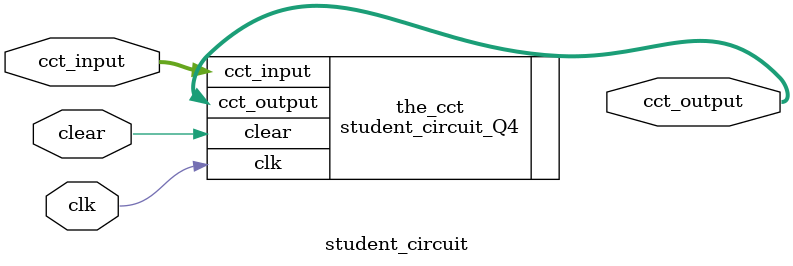
<source format=sv>
module student_circuit (
  input wire        clk,
  input wire        clear,
  input wire  [7:0] cct_input,
  output wire [7:0] cct_output
);

/*  NB: It is strongly suggested that this module be organized so that all questions can be answered using a single quartus project.
This can be done by answering the questions in separate modules, perhaps named student_circuit_Q1, student_circuit_Q2, student_circuit_Q3 and student_circuit_Q4, as shown below.
Then one of these modules is instantiated within this module.  For example the answer to question 1, 2, 3, or 4 is answered by uncommenting the instantiation of interest and commenting all others.
 */

// student_circuit_preamble the_cct (
// student_circuit_Q1 the_cct(
// student_circuit_Q2 the_cct(
// student_circuit_Q3 the_cct(
student_circuit_Q4 the_cct(
// student_circuit_Q5 the_cct(
  .clk(clk),
  .clear(clear),
  .cct_input(cct_input),
  .cct_output(cct_output)
);

endmodule

</source>
